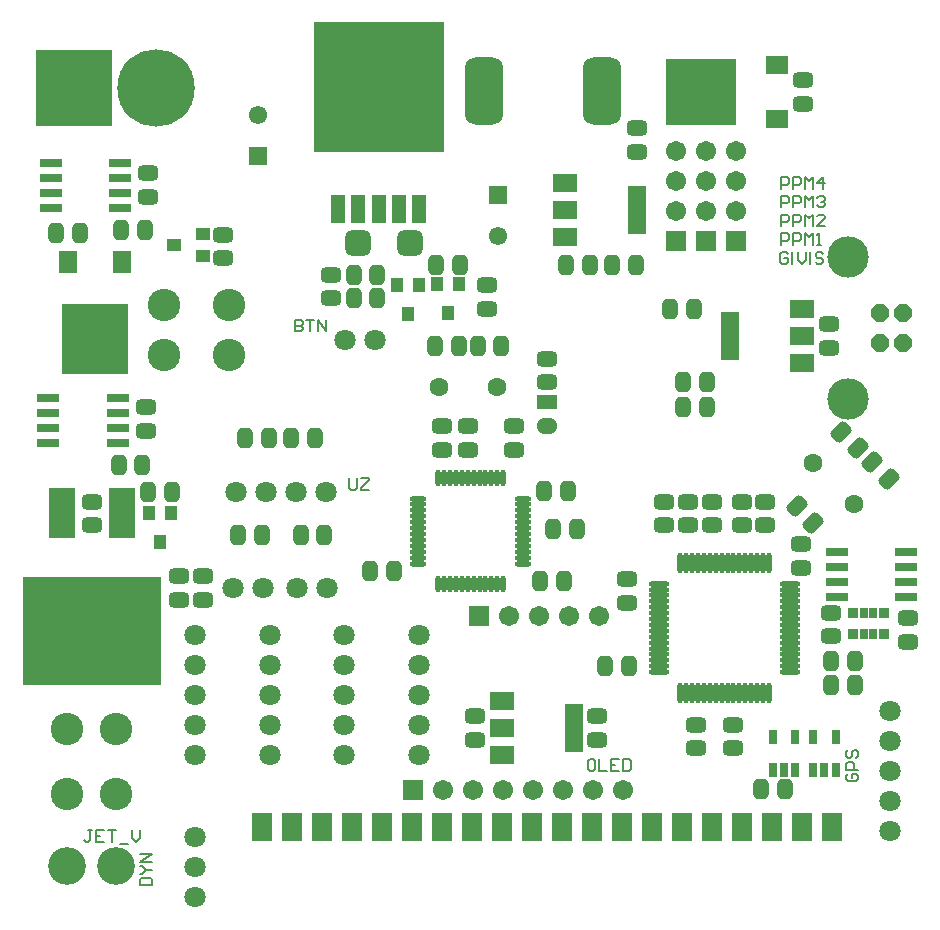
<source format=gts>
G04 Layer_Color=8388736*
%FSLAX44Y44*%
%MOMM*%
G71*
G01*
G75*
%ADD44C,0.2000*%
G04:AMPARAMS|DCode=65|XSize=1.3032mm|YSize=1.7032mm|CornerRadius=0.3766mm|HoleSize=0mm|Usage=FLASHONLY|Rotation=90.000|XOffset=0mm|YOffset=0mm|HoleType=Round|Shape=RoundedRectangle|*
%AMROUNDEDRECTD65*
21,1,1.3032,0.9500,0,0,90.0*
21,1,0.5500,1.7032,0,0,90.0*
1,1,0.7532,0.4750,0.2750*
1,1,0.7532,0.4750,-0.2750*
1,1,0.7532,-0.4750,-0.2750*
1,1,0.7532,-0.4750,0.2750*
%
%ADD65ROUNDEDRECTD65*%
G04:AMPARAMS|DCode=66|XSize=1.7032mm|YSize=1.3032mm|CornerRadius=0.3766mm|HoleSize=0mm|Usage=FLASHONLY|Rotation=90.000|XOffset=0mm|YOffset=0mm|HoleType=Round|Shape=RoundedRectangle|*
%AMROUNDEDRECTD66*
21,1,1.7032,0.5500,0,0,90.0*
21,1,0.9500,1.3032,0,0,90.0*
1,1,0.7532,0.2750,0.4750*
1,1,0.7532,0.2750,-0.4750*
1,1,0.7532,-0.2750,-0.4750*
1,1,0.7532,-0.2750,0.4750*
%
%ADD66ROUNDEDRECTD66*%
G04:AMPARAMS|DCode=67|XSize=1.3032mm|YSize=1.7032mm|CornerRadius=0.3766mm|HoleSize=0mm|Usage=FLASHONLY|Rotation=0.000|XOffset=0mm|YOffset=0mm|HoleType=Round|Shape=RoundedRectangle|*
%AMROUNDEDRECTD67*
21,1,1.3032,0.9500,0,0,0.0*
21,1,0.5500,1.7032,0,0,0.0*
1,1,0.7532,0.2750,-0.4750*
1,1,0.7532,-0.2750,-0.4750*
1,1,0.7532,-0.2750,0.4750*
1,1,0.7532,0.2750,0.4750*
%
%ADD67ROUNDEDRECTD67*%
G04:AMPARAMS|DCode=68|XSize=1.7032mm|YSize=1.3032mm|CornerRadius=0.3766mm|HoleSize=0mm|Usage=FLASHONLY|Rotation=0.000|XOffset=0mm|YOffset=0mm|HoleType=Round|Shape=RoundedRectangle|*
%AMROUNDEDRECTD68*
21,1,1.7032,0.5500,0,0,0.0*
21,1,0.9500,1.3032,0,0,0.0*
1,1,0.7532,0.4750,-0.2750*
1,1,0.7532,-0.4750,-0.2750*
1,1,0.7532,-0.4750,0.2750*
1,1,0.7532,0.4750,0.2750*
%
%ADD68ROUNDEDRECTD68*%
G04:AMPARAMS|DCode=69|XSize=1.3032mm|YSize=1.7032mm|CornerRadius=0.5141mm|HoleSize=0mm|Usage=FLASHONLY|Rotation=270.000|XOffset=0mm|YOffset=0mm|HoleType=Round|Shape=RoundedRectangle|*
%AMROUNDEDRECTD69*
21,1,1.3032,0.6750,0,0,270.0*
21,1,0.2750,1.7032,0,0,270.0*
1,1,1.0282,-0.3375,-0.1375*
1,1,1.0282,-0.3375,0.1375*
1,1,1.0282,0.3375,0.1375*
1,1,1.0282,0.3375,-0.1375*
%
%ADD69ROUNDEDRECTD69*%
%ADD70R,1.7032X1.3032*%
%ADD71O,1.4032X0.4532*%
%ADD72O,0.4532X1.4032*%
%ADD73R,1.1032X1.1532*%
%ADD74R,1.1032X1.1532*%
%ADD75R,1.1532X1.1032*%
%ADD76R,1.1532X1.1032*%
%ADD77R,2.2832X4.2032*%
%ADD78R,11.7032X9.2032*%
%ADD79R,1.9032X0.8032*%
%ADD80R,2.0032X1.5032*%
%ADD81R,1.5032X4.0532*%
G04:AMPARAMS|DCode=82|XSize=1.3032mm|YSize=1.7032mm|CornerRadius=0.3766mm|HoleSize=0mm|Usage=FLASHONLY|Rotation=315.000|XOffset=0mm|YOffset=0mm|HoleType=Round|Shape=RoundedRectangle|*
%AMROUNDEDRECTD82*
21,1,1.3032,0.9500,0,0,315.0*
21,1,0.5500,1.7032,0,0,315.0*
1,1,0.7532,-0.1414,-0.5303*
1,1,0.7532,-0.5303,-0.1414*
1,1,0.7532,0.1414,0.5303*
1,1,0.7532,0.5303,0.1414*
%
%ADD82ROUNDEDRECTD82*%
G04:AMPARAMS|DCode=83|XSize=1.7032mm|YSize=1.3032mm|CornerRadius=0.3766mm|HoleSize=0mm|Usage=FLASHONLY|Rotation=225.000|XOffset=0mm|YOffset=0mm|HoleType=Round|Shape=RoundedRectangle|*
%AMROUNDEDRECTD83*
21,1,1.7032,0.5500,0,0,225.0*
21,1,0.9500,1.3032,0,0,225.0*
1,1,0.7532,-0.5303,-0.1414*
1,1,0.7532,0.1414,0.5303*
1,1,0.7532,0.5303,0.1414*
1,1,0.7532,-0.1414,-0.5303*
%
%ADD83ROUNDEDRECTD83*%
G04:AMPARAMS|DCode=84|XSize=2.2032mm|YSize=2.2032mm|CornerRadius=0.6016mm|HoleSize=0mm|Usage=FLASHONLY|Rotation=0.000|XOffset=0mm|YOffset=0mm|HoleType=Round|Shape=RoundedRectangle|*
%AMROUNDEDRECTD84*
21,1,2.2032,1.0000,0,0,0.0*
21,1,1.0000,2.2032,0,0,0.0*
1,1,1.2032,0.5000,-0.5000*
1,1,1.2032,-0.5000,-0.5000*
1,1,1.2032,-0.5000,0.5000*
1,1,1.2032,0.5000,0.5000*
%
%ADD84ROUNDEDRECTD84*%
%ADD85R,1.3032X2.4032*%
%ADD86R,11.0032X11.0032*%
G04:AMPARAMS|DCode=87|XSize=3.2mm|YSize=5.7mm|CornerRadius=0.85mm|HoleSize=0mm|Usage=FLASHONLY|Rotation=0.000|XOffset=0mm|YOffset=0mm|HoleType=Round|Shape=RoundedRectangle|*
%AMROUNDEDRECTD87*
21,1,3.2000,4.0000,0,0,0.0*
21,1,1.5000,5.7000,0,0,0.0*
1,1,1.7000,0.7500,-2.0000*
1,1,1.7000,-0.7500,-2.0000*
1,1,1.7000,-0.7500,2.0000*
1,1,1.7000,0.7500,2.0000*
%
%ADD87ROUNDEDRECTD87*%
%ADD88R,0.7532X1.2032*%
%ADD89R,0.7532X1.2032*%
%ADD90O,1.7532X0.4532*%
%ADD91O,0.4532X1.7532*%
%ADD92R,1.9032X1.5032*%
%ADD93R,5.9032X5.7032*%
%ADD94R,1.5032X1.9032*%
%ADD95R,5.7032X5.9032*%
%ADD96R,0.9032X0.9032*%
%ADD97R,0.7032X0.9032*%
%ADD98R,1.7032X2.4532*%
%ADD99P,1.6347X8X112.5*%
%ADD100C,3.5030*%
%ADD101C,1.6032*%
%ADD102C,1.7032*%
%ADD103R,1.7032X1.7032*%
%ADD104C,1.8032*%
%ADD105R,1.5532X1.5532*%
%ADD106C,1.5532*%
%ADD107C,6.5532*%
%ADD108R,6.5532X6.5532*%
%ADD109R,1.7032X1.7032*%
%ADD110C,2.7432*%
%ADD111C,3.2032*%
D44*
X937250Y1603807D02*
Y1593810D01*
X942248D01*
X943914Y1595476D01*
Y1597142D01*
X942248Y1598808D01*
X937250D01*
X942248D01*
X943914Y1600475D01*
Y1602141D01*
X942248Y1603807D01*
X937250D01*
X947247D02*
X953911D01*
X950579D01*
Y1593810D01*
X957244D02*
Y1603807D01*
X963908Y1593810D01*
Y1603807D01*
X765915Y1171807D02*
X762582D01*
X764248D01*
Y1163476D01*
X762582Y1161810D01*
X760916D01*
X759250Y1163476D01*
X775911Y1171807D02*
X769247D01*
Y1161810D01*
X775911D01*
X769247Y1166808D02*
X772579D01*
X779244Y1171807D02*
X785908D01*
X782576D01*
Y1161810D01*
X789240Y1160144D02*
X795905D01*
X799237Y1171807D02*
Y1165142D01*
X802569Y1161810D01*
X805902Y1165142D01*
Y1171807D01*
X806253Y1124810D02*
X816250D01*
Y1129808D01*
X814584Y1131475D01*
X807919D01*
X806253Y1129808D01*
Y1124810D01*
Y1134807D02*
X807919D01*
X811252Y1138139D01*
X807919Y1141471D01*
X806253D01*
X811252Y1138139D02*
X816250D01*
Y1144804D02*
X806253D01*
X816250Y1151468D01*
X806253D01*
X1190248Y1231807D02*
X1186916D01*
X1185250Y1230141D01*
Y1223476D01*
X1186916Y1221810D01*
X1190248D01*
X1191915Y1223476D01*
Y1230141D01*
X1190248Y1231807D01*
X1195247D02*
Y1221810D01*
X1201911D01*
X1211908Y1231807D02*
X1205244D01*
Y1221810D01*
X1211908D01*
X1205244Y1226808D02*
X1208576D01*
X1215240Y1231807D02*
Y1221810D01*
X1220239D01*
X1221905Y1223476D01*
Y1230141D01*
X1220239Y1231807D01*
X1215240D01*
X1405919Y1219474D02*
X1404253Y1217808D01*
Y1214476D01*
X1405919Y1212810D01*
X1412584D01*
X1414250Y1214476D01*
Y1217808D01*
X1412584Y1219474D01*
X1409252D01*
Y1216142D01*
X1414250Y1222807D02*
X1404253D01*
Y1227805D01*
X1405919Y1229471D01*
X1409252D01*
X1410918Y1227805D01*
Y1222807D01*
X1405919Y1239468D02*
X1404253Y1237802D01*
Y1234470D01*
X1405919Y1232804D01*
X1407585D01*
X1409252Y1234470D01*
Y1237802D01*
X1410918Y1239468D01*
X1412584D01*
X1414250Y1237802D01*
Y1234470D01*
X1412584Y1232804D01*
X1354915Y1659141D02*
X1353248Y1660807D01*
X1349916D01*
X1348250Y1659141D01*
Y1652476D01*
X1349916Y1650810D01*
X1353248D01*
X1354915Y1652476D01*
Y1655808D01*
X1351582D01*
X1358247Y1660807D02*
Y1650810D01*
X1363245Y1660807D02*
Y1654142D01*
X1366577Y1650810D01*
X1369910Y1654142D01*
Y1660807D01*
X1373242D02*
Y1650810D01*
X1384905Y1659141D02*
X1383239Y1660807D01*
X1379906D01*
X1378240Y1659141D01*
Y1657475D01*
X1379906Y1655808D01*
X1383239D01*
X1384905Y1654142D01*
Y1652476D01*
X1383239Y1650810D01*
X1379906D01*
X1378240Y1652476D01*
X983250Y1469807D02*
Y1461476D01*
X984916Y1459810D01*
X988248D01*
X989914Y1461476D01*
Y1469807D01*
X993247D02*
X999911D01*
Y1468141D01*
X993247Y1461476D01*
Y1459810D01*
X999911D01*
X1349250Y1714810D02*
Y1724807D01*
X1354248D01*
X1355914Y1723141D01*
Y1719808D01*
X1354248Y1718142D01*
X1349250D01*
X1359247Y1714810D02*
Y1724807D01*
X1364245D01*
X1365911Y1723141D01*
Y1719808D01*
X1364245Y1718142D01*
X1359247D01*
X1369244Y1714810D02*
Y1724807D01*
X1372576Y1721474D01*
X1375908Y1724807D01*
Y1714810D01*
X1384239D02*
Y1724807D01*
X1379240Y1719808D01*
X1385905D01*
X1349250Y1698810D02*
Y1708807D01*
X1354248D01*
X1355914Y1707141D01*
Y1703808D01*
X1354248Y1702142D01*
X1349250D01*
X1359247Y1698810D02*
Y1708807D01*
X1364245D01*
X1365911Y1707141D01*
Y1703808D01*
X1364245Y1702142D01*
X1359247D01*
X1369244Y1698810D02*
Y1708807D01*
X1372576Y1705475D01*
X1375908Y1708807D01*
Y1698810D01*
X1379240Y1707141D02*
X1380907Y1708807D01*
X1384239D01*
X1385905Y1707141D01*
Y1705475D01*
X1384239Y1703808D01*
X1382573D01*
X1384239D01*
X1385905Y1702142D01*
Y1700476D01*
X1384239Y1698810D01*
X1380907D01*
X1379240Y1700476D01*
X1349250Y1682810D02*
Y1692807D01*
X1354248D01*
X1355914Y1691141D01*
Y1687808D01*
X1354248Y1686142D01*
X1349250D01*
X1359247Y1682810D02*
Y1692807D01*
X1364245D01*
X1365911Y1691141D01*
Y1687808D01*
X1364245Y1686142D01*
X1359247D01*
X1369244Y1682810D02*
Y1692807D01*
X1372576Y1689474D01*
X1375908Y1692807D01*
Y1682810D01*
X1385905D02*
X1379240D01*
X1385905Y1689474D01*
Y1691141D01*
X1384239Y1692807D01*
X1380907D01*
X1379240Y1691141D01*
X1349250Y1666810D02*
Y1676807D01*
X1354248D01*
X1355914Y1675141D01*
Y1671808D01*
X1354248Y1670142D01*
X1349250D01*
X1359247Y1666810D02*
Y1676807D01*
X1364245D01*
X1365911Y1675141D01*
Y1671808D01*
X1364245Y1670142D01*
X1359247D01*
X1369244Y1666810D02*
Y1676807D01*
X1372576Y1673474D01*
X1375908Y1676807D01*
Y1666810D01*
X1379240D02*
X1382573D01*
X1380907D01*
Y1676807D01*
X1379240Y1675141D01*
D65*
X1391250Y1355810D02*
D03*
X1391252Y1335809D02*
D03*
X1123252Y1493808D02*
D03*
X1123250Y1513810D02*
D03*
X1062251Y1493809D02*
D03*
X1062249Y1513811D02*
D03*
X1084248Y1513811D02*
D03*
X1084250Y1493810D02*
D03*
X811252Y1509809D02*
D03*
X811250Y1529810D02*
D03*
X1090252Y1247809D02*
D03*
X1090250Y1267810D02*
D03*
X1193252Y1247809D02*
D03*
X1193250Y1267810D02*
D03*
X1227252Y1745809D02*
D03*
X1227250Y1765810D02*
D03*
X1456248Y1350811D02*
D03*
X1456250Y1330810D02*
D03*
X813252Y1707809D02*
D03*
X813250Y1727810D02*
D03*
X1335252Y1429809D02*
D03*
X1335250Y1449810D02*
D03*
X1290252Y1429809D02*
D03*
X1290250Y1449810D02*
D03*
X1366252Y1393808D02*
D03*
X1366250Y1413810D02*
D03*
X1277248Y1260807D02*
D03*
X1277250Y1240805D02*
D03*
X1270252Y1429809D02*
D03*
X1270250Y1449810D02*
D03*
X1218252Y1363808D02*
D03*
X1218250Y1383810D02*
D03*
X1308248Y1260807D02*
D03*
X1308250Y1240805D02*
D03*
X1389249Y1599813D02*
D03*
X1389251Y1579811D02*
D03*
D66*
X909250Y1421810D02*
D03*
X889250D02*
D03*
X915249Y1503809D02*
D03*
X895249D02*
D03*
X934249D02*
D03*
X954249D02*
D03*
X962250Y1421810D02*
D03*
X942250D02*
D03*
X1156250Y1426810D02*
D03*
X1176250D02*
D03*
X1275250Y1612810D02*
D03*
X1255250D02*
D03*
X813250Y1457810D02*
D03*
X833250D02*
D03*
X735250Y1676810D02*
D03*
X755250D02*
D03*
X1057250Y1649810D02*
D03*
X1077250D02*
D03*
X987250Y1621810D02*
D03*
X1007250D02*
D03*
X1352250Y1206810D02*
D03*
X1332250D02*
D03*
X987250Y1641810D02*
D03*
X1007250D02*
D03*
D67*
X1092249Y1581808D02*
D03*
X1112250Y1581810D02*
D03*
X1076252Y1581812D02*
D03*
X1056250Y1581810D02*
D03*
X1148249Y1458808D02*
D03*
X1168250Y1458810D02*
D03*
X1021252Y1390812D02*
D03*
X1001250Y1390810D02*
D03*
X1145248Y1382808D02*
D03*
X1165250Y1382810D02*
D03*
X788249Y1480808D02*
D03*
X808250Y1480810D02*
D03*
X1167249Y1649808D02*
D03*
X1187250Y1649810D02*
D03*
X1226252Y1649812D02*
D03*
X1206250Y1649810D02*
D03*
X790248Y1679808D02*
D03*
X810250Y1679810D02*
D03*
X1391250Y1294560D02*
D03*
X1411252Y1294562D02*
D03*
X1220251Y1310812D02*
D03*
X1200250Y1310810D02*
D03*
X1391250Y1314556D02*
D03*
X1411252Y1314557D02*
D03*
X1286251Y1529811D02*
D03*
X1266249Y1529809D02*
D03*
X1286251Y1550811D02*
D03*
X1266249Y1550809D02*
D03*
D68*
X1151249Y1570811D02*
D03*
Y1550811D02*
D03*
X859250Y1386810D02*
D03*
Y1366810D02*
D03*
X765250Y1429810D02*
D03*
Y1449810D02*
D03*
X839249Y1386811D02*
D03*
Y1366811D02*
D03*
X968250Y1621810D02*
D03*
Y1641810D02*
D03*
X1250250Y1429810D02*
D03*
Y1449810D02*
D03*
X1367250Y1806326D02*
D03*
Y1786326D02*
D03*
X1316250Y1429810D02*
D03*
Y1449810D02*
D03*
X1100250Y1632810D02*
D03*
Y1612810D02*
D03*
X876250Y1675810D02*
D03*
Y1655810D02*
D03*
D69*
X1151250Y1513810D02*
D03*
D70*
X1151248Y1533811D02*
D03*
D71*
X1130751Y1452309D02*
D03*
Y1447309D02*
D03*
Y1442309D02*
D03*
Y1437309D02*
D03*
Y1432309D02*
D03*
Y1427309D02*
D03*
Y1422309D02*
D03*
Y1417309D02*
D03*
Y1412309D02*
D03*
Y1407309D02*
D03*
Y1402309D02*
D03*
Y1397309D02*
D03*
X1041751D02*
D03*
Y1402309D02*
D03*
Y1407309D02*
D03*
Y1412309D02*
D03*
Y1417309D02*
D03*
Y1422309D02*
D03*
Y1427309D02*
D03*
Y1432309D02*
D03*
Y1437309D02*
D03*
Y1442309D02*
D03*
Y1447309D02*
D03*
Y1452309D02*
D03*
D72*
X1113751Y1380309D02*
D03*
X1108751D02*
D03*
X1103751D02*
D03*
X1098751D02*
D03*
X1093751D02*
D03*
X1088751D02*
D03*
X1083751D02*
D03*
X1078751D02*
D03*
X1073751D02*
D03*
X1068751D02*
D03*
X1063751D02*
D03*
X1058751D02*
D03*
Y1469309D02*
D03*
X1063751D02*
D03*
X1068751D02*
D03*
X1073751D02*
D03*
X1078751D02*
D03*
X1083751D02*
D03*
X1088751D02*
D03*
X1093751D02*
D03*
X1098751D02*
D03*
X1103751D02*
D03*
X1108751D02*
D03*
X1113751D02*
D03*
D73*
X832750Y1440310D02*
D03*
X823250Y1415310D02*
D03*
X1042750Y1633310D02*
D03*
X1033250Y1608310D02*
D03*
X1076750Y1634310D02*
D03*
X1067250Y1609310D02*
D03*
D74*
X813750Y1440310D02*
D03*
X1023750Y1633310D02*
D03*
X1057750Y1634310D02*
D03*
D75*
X859750Y1657315D02*
D03*
X834750Y1666815D02*
D03*
D76*
X859750Y1676315D02*
D03*
D77*
X790650Y1439810D02*
D03*
X739850D02*
D03*
D78*
X765250Y1339810D02*
D03*
D79*
X787254Y1499710D02*
D03*
Y1537810D02*
D03*
Y1525110D02*
D03*
Y1512410D02*
D03*
X728754Y1499710D02*
D03*
Y1512410D02*
D03*
Y1525110D02*
D03*
Y1537810D02*
D03*
X1455250Y1368710D02*
D03*
Y1406810D02*
D03*
Y1394110D02*
D03*
Y1381410D02*
D03*
X1396750Y1368710D02*
D03*
Y1381410D02*
D03*
Y1394110D02*
D03*
Y1406810D02*
D03*
X789250Y1698710D02*
D03*
Y1736810D02*
D03*
Y1724110D02*
D03*
Y1711410D02*
D03*
X730750Y1698710D02*
D03*
Y1711410D02*
D03*
Y1724110D02*
D03*
Y1736810D02*
D03*
D80*
X1112750Y1234810D02*
D03*
Y1257810D02*
D03*
Y1280810D02*
D03*
X1366751Y1612811D02*
D03*
Y1589811D02*
D03*
Y1566811D02*
D03*
X1165750Y1673810D02*
D03*
Y1696810D02*
D03*
Y1719810D02*
D03*
D81*
X1173750Y1257810D02*
D03*
X1305751Y1589811D02*
D03*
X1226750Y1696810D02*
D03*
D82*
X1400177Y1508876D02*
D03*
X1414321Y1494734D02*
D03*
X1426178Y1482875D02*
D03*
X1440322Y1468733D02*
D03*
D83*
X1376321Y1431734D02*
D03*
X1362179Y1445876D02*
D03*
D84*
X1035250Y1668810D02*
D03*
X991250D02*
D03*
D85*
X1042250Y1697810D02*
D03*
X1025250D02*
D03*
X974250D02*
D03*
X991250D02*
D03*
X1008250D02*
D03*
D86*
Y1800810D02*
D03*
D87*
X1097250Y1797810D02*
D03*
X1197250D02*
D03*
D88*
X1376250Y1250310D02*
D03*
X1395250D02*
D03*
Y1222810D02*
D03*
X1385750D02*
D03*
X1342250Y1250310D02*
D03*
X1361250D02*
D03*
Y1222810D02*
D03*
X1351750D02*
D03*
D89*
X1376250Y1222810D02*
D03*
X1342250D02*
D03*
D90*
X1356500Y1380310D02*
D03*
Y1375310D02*
D03*
Y1370310D02*
D03*
Y1365310D02*
D03*
Y1360310D02*
D03*
Y1355310D02*
D03*
Y1350310D02*
D03*
Y1345310D02*
D03*
Y1340310D02*
D03*
Y1335310D02*
D03*
Y1330310D02*
D03*
Y1325310D02*
D03*
Y1320310D02*
D03*
Y1315310D02*
D03*
Y1310310D02*
D03*
Y1305310D02*
D03*
X1246000D02*
D03*
Y1310310D02*
D03*
Y1315310D02*
D03*
Y1320310D02*
D03*
Y1325310D02*
D03*
Y1330310D02*
D03*
Y1335310D02*
D03*
Y1340310D02*
D03*
Y1345310D02*
D03*
Y1350310D02*
D03*
Y1355310D02*
D03*
Y1360310D02*
D03*
Y1365310D02*
D03*
Y1370310D02*
D03*
Y1375310D02*
D03*
Y1380310D02*
D03*
D91*
X1338750Y1287560D02*
D03*
X1333750D02*
D03*
X1328750D02*
D03*
X1323750D02*
D03*
X1318750D02*
D03*
X1313750D02*
D03*
X1308750D02*
D03*
X1303750D02*
D03*
X1298750D02*
D03*
X1293750D02*
D03*
X1288750D02*
D03*
X1283750D02*
D03*
X1278750D02*
D03*
X1273750D02*
D03*
X1268750D02*
D03*
X1263750D02*
D03*
Y1398060D02*
D03*
X1268750D02*
D03*
X1273750D02*
D03*
X1278750D02*
D03*
X1283750D02*
D03*
X1288750D02*
D03*
X1293750D02*
D03*
X1298750D02*
D03*
X1303750D02*
D03*
X1308750D02*
D03*
X1313750D02*
D03*
X1318750D02*
D03*
X1323750D02*
D03*
X1328750D02*
D03*
X1333750D02*
D03*
X1338750D02*
D03*
D92*
X1345731Y1773476D02*
D03*
Y1819176D02*
D03*
D93*
X1281331Y1796326D02*
D03*
D94*
X791100Y1652210D02*
D03*
X745400D02*
D03*
D95*
X768250Y1587810D02*
D03*
D96*
X1410250Y1337810D02*
D03*
X1436250D02*
D03*
Y1355810D02*
D03*
X1410250D02*
D03*
D97*
X1419250Y1337810D02*
D03*
X1427250D02*
D03*
Y1355810D02*
D03*
X1419250D02*
D03*
D98*
X1392600Y1173828D02*
D03*
X1367200D02*
D03*
X1341800D02*
D03*
X1316400D02*
D03*
X1291000D02*
D03*
X1265600D02*
D03*
X1240200D02*
D03*
X1214800D02*
D03*
X1189400D02*
D03*
X1164000D02*
D03*
X1138600D02*
D03*
X1113200D02*
D03*
X1087800D02*
D03*
X1062400D02*
D03*
X1037000D02*
D03*
X1011600D02*
D03*
X986200D02*
D03*
X960800D02*
D03*
X935400D02*
D03*
X910000D02*
D03*
D99*
X1452549Y1609309D02*
D03*
Y1584311D02*
D03*
X1432549D02*
D03*
Y1609309D02*
D03*
D100*
X1405450Y1536810D02*
D03*
Y1656810D02*
D03*
D101*
X1108749Y1546811D02*
D03*
X1059749D02*
D03*
X1375926Y1482129D02*
D03*
X1410574Y1447481D02*
D03*
D102*
X1195050Y1352810D02*
D03*
X1169650D02*
D03*
X1144250D02*
D03*
X1118850D02*
D03*
X1190150Y1205810D02*
D03*
X1215550D02*
D03*
X1164750D02*
D03*
X1063150D02*
D03*
X1088550D02*
D03*
X1113950D02*
D03*
X1139350D02*
D03*
X1259850Y1746910D02*
D03*
Y1721510D02*
D03*
Y1696110D02*
D03*
X1285250Y1746910D02*
D03*
Y1721510D02*
D03*
Y1696110D02*
D03*
X1310650Y1746910D02*
D03*
Y1721510D02*
D03*
Y1696110D02*
D03*
D103*
X1093450Y1352810D02*
D03*
X1037750Y1205810D02*
D03*
D104*
X1005250Y1586810D02*
D03*
X979850D02*
D03*
X963450Y1457810D02*
D03*
X938050D02*
D03*
X887250D02*
D03*
X912650D02*
D03*
X853250Y1165610D02*
D03*
Y1114810D02*
D03*
Y1140210D02*
D03*
X916250Y1235210D02*
D03*
Y1311410D02*
D03*
Y1336810D02*
D03*
Y1286010D02*
D03*
Y1260610D02*
D03*
X979250Y1235210D02*
D03*
Y1311410D02*
D03*
Y1336810D02*
D03*
Y1286010D02*
D03*
Y1260610D02*
D03*
X1042250Y1235210D02*
D03*
Y1311410D02*
D03*
Y1336810D02*
D03*
Y1286010D02*
D03*
Y1260610D02*
D03*
X853250Y1235210D02*
D03*
Y1311410D02*
D03*
Y1336810D02*
D03*
Y1286010D02*
D03*
Y1260610D02*
D03*
X885250Y1376810D02*
D03*
X910650D02*
D03*
X939250D02*
D03*
X964650D02*
D03*
X1441250Y1171210D02*
D03*
Y1247410D02*
D03*
Y1272810D02*
D03*
Y1222010D02*
D03*
Y1196610D02*
D03*
D105*
X1109250Y1709310D02*
D03*
X906250Y1742310D02*
D03*
D106*
X1109250Y1674310D02*
D03*
X906250Y1777310D02*
D03*
D107*
X820251Y1799810D02*
D03*
D108*
X750249D02*
D03*
D109*
X1259850Y1670710D02*
D03*
X1285250Y1670710D02*
D03*
X1310650Y1670710D02*
D03*
D110*
X882000Y1573810D02*
D03*
Y1615810D02*
D03*
X827000D02*
D03*
Y1573810D02*
D03*
X744250Y1202060D02*
D03*
X786250D02*
D03*
Y1257060D02*
D03*
X744250D02*
D03*
D111*
X786250Y1140810D02*
D03*
X744250D02*
D03*
M02*

</source>
